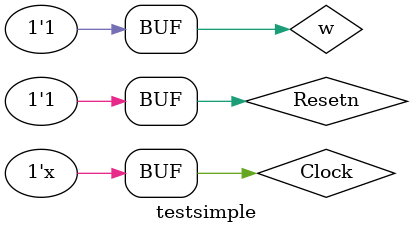
<source format=v>
`timescale 1ns / 1ps


module testsimple;

	// Inputs
	reg Clock;
	reg Resetn;
	reg w;

	// Outputs
	wire z;

	// Instantiate the Unit Under Test (UUT)
	simple uut (
		.Clock(Clock), 
		.Resetn(Resetn), 
		.w(w), 
		.z(z),
		.y(y),
		.Y(Y)
	);
always #10 Clock =~Clock;
	initial begin
		// Initialize Inputs
		Clock = 0;
		Resetn = 0;
		w = 0;
	#50;
	Resetn =1;
	#50;
	w=1;
	#50;
	w=1;
	#50;
	w=1;
	
	
	#50;
	w=0;
	
	#50;
	w=0;
	#50;
	w=0;
	#50;
	w=0;
	#50;
	w=0;
	
	#50;
	Resetn =1;
	#50;
	w=1;
	#50;
	w=0;
	
	#50;
	w=1;
	#50;
	w=1;
	
	
	end
      
endmodule


</source>
